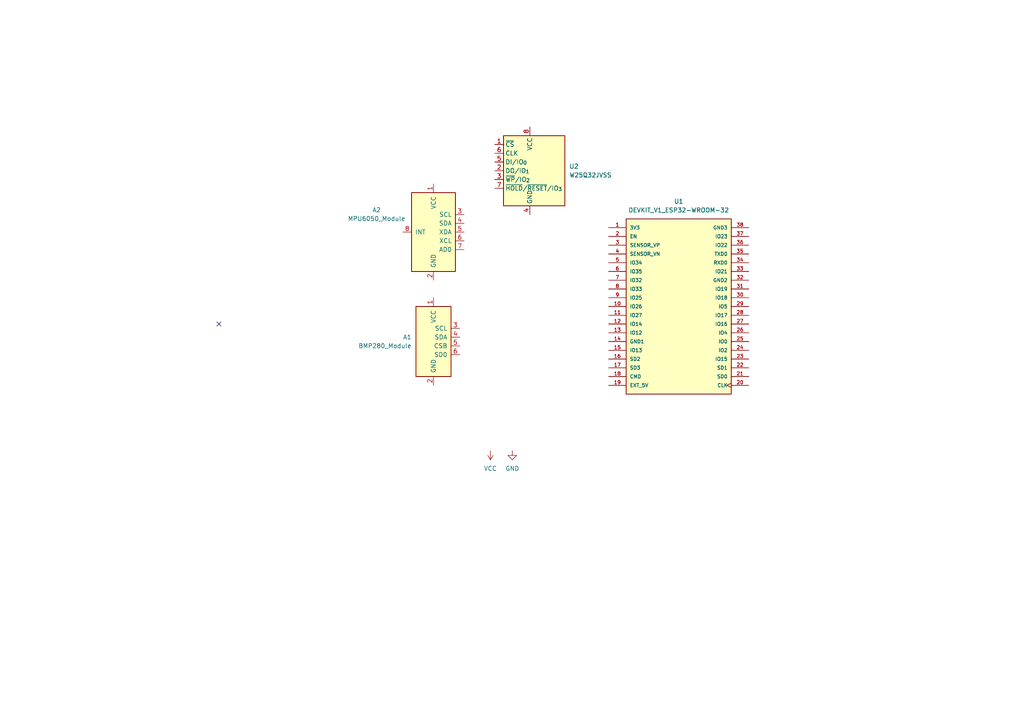
<source format=kicad_sch>
(kicad_sch (version 20250114) (generator "eeschema") (generator_version "9.0")
  (paper "A4")
  (lib_symbols
    (symbol "Charleslabs_Parts:BMP280_Module" (pin_names (offset 1.016))
      (property "Reference" "A" (at -5.08 11.43 0))
      (property "Value" "BMP280_Module" (at 8.89 11.43 0))
      (symbol "BMP280_Module_0_1"
        (rectangle (start -5.08 10.16) (end 5.08 -10.16) (stroke (width 0.254)) (fill (type background)))
      )
      (symbol "BMP280_Module_1_1"
        (pin input line (at -7.62 3.81 0) (length 2.54) (name "SCL") (number "3"))
        (pin bidirectional line (at -7.62 1.27 0) (length 2.54) (name "SDA") (number "4"))
        (pin input line (at -7.62 -1.27 0) (length 2.54) (name "CSB") (number "5"))
        (pin input line (at -7.62 -3.81 0) (length 2.54) (name "SD0") (number "6"))
        (pin power_in line (at 0 12.7 270) (length 2.54) (name "VCC") (number "1"))
        (pin power_in line (at 0 -12.7 90) (length 2.54) (name "GND") (number "2"))
      )
    )
    (symbol "Charleslabs_Parts:MPU6050_Module" (pin_names (offset 1.016))
      (property "Reference" "A" (at -5.08 12.7 0))
      (property "Value" "MPU6050_Module" (at 8.89 12.7 0))
      (symbol "MPU6050_Module_0_1"
        (rectangle (start -6.35 11.43) (end 6.35 -11.43) (stroke (width 0.254)) (fill (type background)))
      )
      (symbol "MPU6050_Module_1_1"
        (pin input line (at -8.89 5.08 0) (length 2.54) (name "SCL") (number "3"))
        (pin input line (at -8.89 2.54 0) (length 2.54) (name "SDA") (number "4"))
        (pin input line (at -8.89 0 0) (length 2.54) (name "XDA") (number "5"))
        (pin input line (at -8.89 -2.54 0) (length 2.54) (name "XCL") (number "6"))
        (pin input line (at -8.89 -5.08 0) (length 2.54) (name "AD0") (number "7"))
        (pin power_in line (at 0 13.97 270) (length 2.54) (name "VCC") (number "1"))
        (pin power_in line (at 0 -13.97 90) (length 2.54) (name "GND") (number "2"))
        (pin output line (at 8.89 0 180) (length 2.54) (name "INT") (number "8"))
      )
    )
    (symbol "DEVKIT_V1_ESP32-WROOM-32:DEVKIT_V1_ESP32-WROOM-32" (pin_names (offset 1.016))
      (property "Reference" "U1" (at 0 30.48 0))
      (property "Value" "DEVKIT_V1_ESP32-WROOM-32" (at 0 27.94 0))
      (symbol "DEVKIT_V1_ESP32-WROOM-32_0_0"
        (rectangle (start -15.24 -25.4) (end 15.24 25.4) (stroke (width 0.254)) (fill (type background)))
        (pin power_in line (at -20.32 22.86 0) (length 5.08) (name "3V3") (number "1"))
        (pin input line (at -20.32 20.32 0) (length 5.08) (name "EN") (number "2"))
        (pin input line (at -20.32 17.78 0) (length 5.08) (name "SENSOR_VP") (number "3"))
        (pin input line (at -20.32 15.24 0) (length 5.08) (name "SENSOR_VN") (number "4"))
        (pin bidirectional line (at -20.32 12.7 0) (length 5.08) (name "IO34") (number "5"))
        (pin bidirectional line (at -20.32 10.16 0) (length 5.08) (name "IO35") (number "6"))
        (pin bidirectional line (at -20.32 7.62 0) (length 5.08) (name "IO32") (number "7"))
        (pin bidirectional line (at -20.32 5.08 0) (length 5.08) (name "IO33") (number "8"))
        (pin bidirectional line (at -20.32 2.54 0) (length 5.08) (name "IO25") (number "9"))
        (pin bidirectional line (at -20.32 0 0) (length 5.08) (name "IO26") (number "10"))
        (pin bidirectional line (at -20.32 -2.54 0) (length 5.08) (name "IO27") (number "11"))
        (pin bidirectional line (at -20.32 -5.08 0) (length 5.08) (name "IO14") (number "12"))
        (pin bidirectional line (at -20.32 -7.62 0) (length 5.08) (name "IO12") (number "13"))
        (pin power_in line (at -20.32 -10.16 0) (length 5.08) (name "GND1") (number "14"))
        (pin bidirectional line (at -20.32 -12.7 0) (length 5.08) (name "IO13") (number "15"))
        (pin bidirectional line (at -20.32 -15.24 0) (length 5.08) (name "SD2") (number "16"))
        (pin bidirectional line (at -20.32 -17.78 0) (length 5.08) (name "SD3") (number "17"))
        (pin bidirectional line (at -20.32 -20.32 0) (length 5.08) (name "CMD") (number "18"))
        (pin power_in line (at -20.32 -22.86 0) (length 5.08) (name "EXT_5V") (number "19"))
        (pin power_in line (at 20.32 22.86 180) (length 5.08) (name "GND3") (number "38"))
        (pin bidirectional line (at 20.32 20.32 180) (length 5.08) (name "IO23") (number "37"))
        (pin bidirectional line (at 20.32 17.78 180) (length 5.08) (name "IO22") (number "36"))
        (pin output line (at 20.32 15.24 180) (length 5.08) (name "TXD0") (number "35"))
        (pin input line (at 20.32 12.7 180) (length 5.08) (name "RXD0") (number "34"))
        (pin bidirectional line (at 20.32 10.16 180) (length 5.08) (name "IO21") (number "33"))
        (pin power_in line (at 20.32 7.62 180) (length 5.08) (name "GND2") (number "32"))
        (pin bidirectional line (at 20.32 5.08 180) (length 5.08) (name "IO19") (number "31"))
        (pin bidirectional line (at 20.32 2.54 180) (length 5.08) (name "IO18") (number "30"))
        (pin bidirectional line (at 20.32 0 180) (length 5.08) (name "IO5") (number "29"))
        (pin bidirectional line (at 20.32 -2.54 180) (length 5.08) (name "IO17") (number "28"))
        (pin bidirectional line (at 20.32 -5.08 180) (length 5.08) (name "IO16") (number "27"))
        (pin bidirectional line (at 20.32 -7.62 180) (length 5.08) (name "IO4") (number "26"))
        (pin bidirectional line (at 20.32 -10.16 180) (length 5.08) (name "IO0") (number "25"))
        (pin bidirectional line (at 20.32 -12.7 180) (length 5.08) (name "IO2") (number "24"))
        (pin bidirectional line (at 20.32 -15.24 180) (length 5.08) (name "IO15") (number "23"))
        (pin bidirectional line (at 20.32 -17.78 180) (length 5.08) (name "SD1") (number "22"))
        (pin bidirectional line (at 20.32 -20.32 180) (length 5.08) (name "SD0") (number "21"))
        (pin input clock (at 20.32 -22.86 180) (length 5.08) (name "CLK") (number "20"))
      )
    )
    (symbol "Memory_Flash:W25Q32JVSS"
      (property "Reference" "U" (at -6.35 11.43 0))
      (property "Value" "W25Q32JVSS" (at 7.62 11.43 0))
      (symbol "W25Q32JVSS_0_1"
        (rectangle (start -7.62 10.16) (end 10.16 -10.16) (stroke (width 0.254)) (fill (type background)))
      )
      (symbol "W25Q32JVSS_1_1"
        (pin input line (at -10.16 7.62 0) (length 2.54) (name "~{CS}") (number "1"))
        (pin input line (at -10.16 5.08 0) (length 2.54) (name "CLK") (number "6"))
        (pin bidirectional line (at -10.16 2.54 0) (length 2.54) (name "DI/IO_{0}") (number "5"))
        (pin bidirectional line (at -10.16 0 0) (length 2.54) (name "DO/IO_{1}") (number "2"))
        (pin bidirectional line (at -10.16 -2.54 0) (length 2.54) (name "~{WP}/IO_{2}") (number "3"))
        (pin bidirectional line (at -10.16 -5.08 0) (length 2.54) (name "~{HOLD}/~{RESET}/IO_{3}") (number "7"))
        (pin power_in line (at 0 12.7 270) (length 2.54) (name "VCC") (number "8"))
        (pin power_in line (at 0 -12.7 90) (length 2.54) (name "GND") (number "4"))
      )
    )
    (symbol "power:GND" (power) (pin_numbers (hide yes)) (pin_names (offset 0) (hide yes))
      (property "Value" "GND" (at 0 -3.81 0))
      (symbol "GND_0_1"
        (polyline (pts (xy 0 0) (xy 0 -1.27) (xy 1.27 -1.27) (xy 0 -2.54) (xy -1.27 -1.27) (xy 0 -1.27)))
      )
      (symbol "GND_1_1"
        (pin power_in line (at 0 0 270) (length 0) (name "~") (number "1"))
      )
    )
    (symbol "power:VCC" (power) (pin_numbers (hide yes)) (pin_names (offset 0) (hide yes))
      (property "Value" "VCC" (at 0 3.556 0))
      (symbol "VCC_0_1"
        (polyline (pts (xy -0.762 1.27) (xy 0 2.54)))
        (polyline (pts (xy 0 2.54) (xy 0.762 1.27)))
        (polyline (pts (xy 0 0) (xy 0 2.54)))
      )
      (symbol "VCC_1_1"
        (pin power_in line (at 0 0 90) (length 0) (name "~") (number "1"))
      )
    )
  )
  (no_connect (at 63.5 93.98))
  (symbol (lib_id "Charleslabs_Parts:BMP280_Module") (at 125.73 99.06 0) (mirror y) (unit 1)
    (property "Reference" "A1" (at 119.38 97.7899 0) (effects (justify left)))
    (property "Value" "BMP280_Module" (at 119.38 100.3299 0) (effects (justify left)))
    (property "Footprint" "Charleslabs_Parts:BMP280_Module" (effects (hide yes)))
  )
  (symbol (lib_id "power:GND") (at 148.59 130.81 0) (unit 1)
    (property "Reference" "#PWR02" (effects (hide yes)))
    (property "Value" "GND" (at 148.59 135.89 0))
    (property "Description" "Power symbol creates a global label with name \"GND\" , ground" (effects (hide yes)))
  )
  (symbol (lib_id "DEVKIT_V1_ESP32-WROOM-32:DEVKIT_V1_ESP32-WROOM-32") (at 196.85 88.9 0) (unit 1)
    (property "Reference" "U1" (at 196.85 58.42 0))
    (property "Value" "DEVKIT_V1_ESP32-WROOM-32" (at 196.85 60.96 0))
    (property "Footprint" "DEVKIT_V1_ESP32-WROOM-32:MODULE_DEVKIT_V1_ESP32-WROOM-32" (effects (hide yes)))
    (property "MF" "Espressif Systems" (effects (hide yes)))
    (property "Description_1" "WROOM-32 Development Board ESP32 ESP-32S WiFi Bluetooth Dev Module" (effects (hide yes)))
    (property "Package" "Package" (effects (hide yes)))
    (property "Price" "None" (effects (hide yes)))
    (property "Check_prices" "https://www.snapeda.com/parts/DEVKIT%20V1%20ESP32-WROOM-32/Espressif+Systems/view-part/?ref=eda" (effects (hide yes)))
    (property "STANDARD" "Manufacturer Recommendations" (effects (hide yes)))
    (property "PARTREV" "N/A" (effects (hide yes)))
    (property "SnapEDA_Link" "https://www.snapeda.com/parts/DEVKIT%20V1%20ESP32-WROOM-32/Espressif+Systems/view-part/?ref=snap" (effects (hide yes)))
    (property "MP" "DEVKIT V1 ESP32-WROOM-32" (effects (hide yes)))
    (property "Availability" "Not in stock" (effects (hide yes)))
    (property "MANUFACTURER" "Espressif Systems" (effects (hide yes)))
  )
  (symbol (lib_id "Memory_Flash:W25Q32JVSS") (at 153.67 49.53 0) (unit 1)
    (property "Reference" "U2" (at 165.1 48.2599 0) (effects (justify left)))
    (property "Value" "W25Q32JVSS" (at 165.1 50.7999 0) (effects (justify left)))
    (property "Footprint" "Package_SO:SOIC-8_5.3x5.3mm_P1.27mm" (effects (hide yes)))
    (property "Datasheet" "http://www.winbond.com/resource-files/w25q32jv%20revg%2003272018%20plus.pdf" (effects (hide yes)))
    (property "Description" "32Mbit / 4MiB Serial Flash Memory, Standard/Dual/Quad SPI, 2.7-3.6V, SOIC-8 (208 mil)" (effects (hide yes)))
  )
  (symbol (lib_id "power:VCC") (at 142.24 130.81 0) (mirror x) (unit 1)
    (property "Reference" "#PWR01" (effects (hide yes)))
    (property "Value" "VCC" (at 142.24 135.89 0))
    (property "Description" "Power symbol creates a global label with name \"VCC\"" (effects (hide yes)))
  )
  (symbol (lib_id "Charleslabs_Parts:MPU6050_Module") (at 125.73 67.31 0) (mirror y) (unit 1)
    (property "Reference" "A2" (at 109.22 60.8898 0))
    (property "Value" "MPU6050_Module" (at 109.22 63.4298 0))
    (property "Footprint" "Charleslabs_Parts:MPU6050_Module" (effects (hide yes)))
  )
)
</source>
